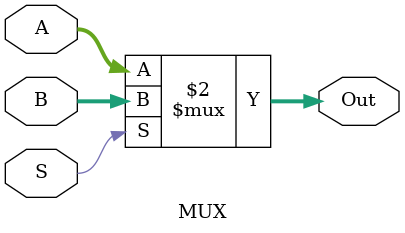
<source format=v>
module MUX(A,B,S,Out);
    input [31:0] A,B;
    input S;
    output [31:0] Out;
    assign Out = (S == 1'b0) ? A : B;
endmodule


</source>
